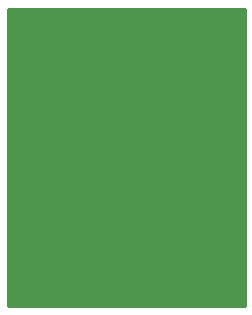
<source format=gbr>
G04 #@! TF.GenerationSoftware,KiCad,Pcbnew,(5.1.2)-2*
G04 #@! TF.CreationDate,2019-08-16T13:36:03-06:00*
G04 #@! TF.ProjectId,OLED_Dev,4f4c4544-5f44-4657-962e-6b696361645f,rev?*
G04 #@! TF.SameCoordinates,Original*
G04 #@! TF.FileFunction,Profile,NP*
%FSLAX46Y46*%
G04 Gerber Fmt 4.6, Leading zero omitted, Abs format (unit mm)*
G04 Created by KiCad (PCBNEW (5.1.2)-2) date 2019-08-16 13:36:03*
%MOMM*%
%LPD*%
G04 APERTURE LIST*
%ADD10C,0.254000*%
G04 APERTURE END LIST*
D10*
G36*
X185293000Y-126873000D02*
G01*
X165227000Y-126873000D01*
X165227000Y-101727000D01*
X185293000Y-101727000D01*
X185293000Y-126873000D01*
X185293000Y-126873000D01*
G37*
X185293000Y-126873000D02*
X165227000Y-126873000D01*
X165227000Y-101727000D01*
X185293000Y-101727000D01*
X185293000Y-126873000D01*
M02*

</source>
